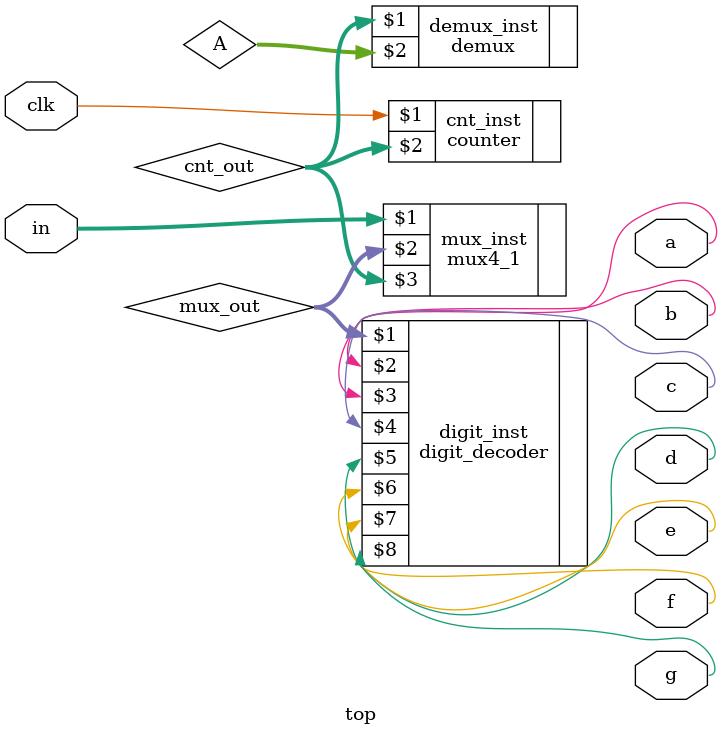
<source format=v>
`timescale 1ns / 1ps

module top (clk, in, a, b, c, d, e, f, g);
    input clk;
    input [15:0] in;
    output a, b, c, d, e, f, g;
    wire [3:0] A;
    wire [1:0] cnt_out;
    wire [3:0] mux_out;
    
    counter cnt_inst(clk, cnt_out);  
    mux4_1 mux_inst(in, mux_out, cnt_out);
    digit_decoder digit_inst(mux_out, a, b, c, d, e, f, g);
    demux demux_inst(cnt_out, A);
    
endmodule

</source>
